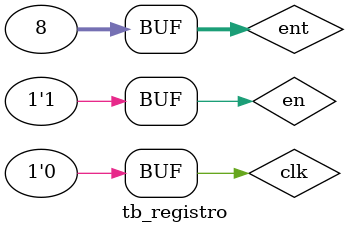
<source format=v>
`timescale 1ns / 1ps


module tb_registro;

	// Inputs
	reg en;
	reg clk;
	reg [31:0] ent;

	// Outputs
	wire [31:0] sal;

	// Instantiate the Unit Under Test (UUT)
	registro uut (
		.en(en), 
		.clk(clk), 
		.ent(ent), 
		.sal(sal)
	);

	initial begin
		// Initialize Inputs
		en = 0;
		clk = 0;
		ent = 0;

		// Wait 100 ns for global reset to finish
		#100;
        
		// Add stimulus here
				// Add stimulus here
		ent = 'h12;
		clk = 1;
		en = 1;
		
		#100;
		clk = 0;
		
		#100;        
		ent = 'hff;
		clk = 1;
		en = 1;
		
		#100;
		clk = 0;
		en = 0;
		
		#100;
		clk = 1;
		ent = 'h51;
		
		#100;
		clk = 0;
		ent = 'h30;
		
		#100;
		clk = 1;
		
		#100;
		clk = 0;
		en = 1;
		ent = 'h08;
		
		#100;
		clk = 1;
		
		#100;
		clk = 0;

	end
      
endmodule


</source>
